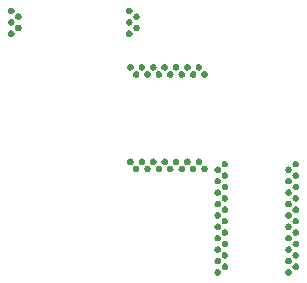
<source format=gbr>
G04 #@! TF.GenerationSoftware,KiCad,Pcbnew,(5.1.0)-1*
G04 #@! TF.CreationDate,2019-09-06T09:54:38-07:00*
G04 #@! TF.ProjectId,Miniscope-v4-FlexPC,4d696e69-7363-46f7-9065-2d76342d466c,rev?*
G04 #@! TF.SameCoordinates,Original*
G04 #@! TF.FileFunction,Soldermask,Bot*
G04 #@! TF.FilePolarity,Negative*
%FSLAX46Y46*%
G04 Gerber Fmt 4.6, Leading zero omitted, Abs format (unit mm)*
G04 Created by KiCad (PCBNEW (5.1.0)-1) date 2019-09-06 09:54:38*
%MOMM*%
%LPD*%
G04 APERTURE LIST*
%ADD10C,0.100000*%
G04 APERTURE END LIST*
D10*
G36*
X40750739Y-37294387D02*
G01*
X40801586Y-37315448D01*
X40847349Y-37346026D01*
X40886264Y-37384941D01*
X40916842Y-37430704D01*
X40937903Y-37481551D01*
X40948640Y-37535531D01*
X40948640Y-37590569D01*
X40937903Y-37644549D01*
X40916842Y-37695396D01*
X40886264Y-37741159D01*
X40847349Y-37780074D01*
X40801586Y-37810652D01*
X40750739Y-37831713D01*
X40696759Y-37842450D01*
X40641721Y-37842450D01*
X40587741Y-37831713D01*
X40536894Y-37810652D01*
X40491131Y-37780074D01*
X40452216Y-37741159D01*
X40421638Y-37695396D01*
X40400577Y-37644549D01*
X40389840Y-37590569D01*
X40389840Y-37535531D01*
X40400577Y-37481551D01*
X40421638Y-37430704D01*
X40452216Y-37384941D01*
X40491131Y-37346026D01*
X40536894Y-37315448D01*
X40587741Y-37294387D01*
X40641721Y-37283650D01*
X40696759Y-37283650D01*
X40750739Y-37294387D01*
X40750739Y-37294387D01*
G37*
G36*
X34750739Y-37294387D02*
G01*
X34801586Y-37315448D01*
X34847349Y-37346026D01*
X34886264Y-37384941D01*
X34916842Y-37430704D01*
X34937903Y-37481551D01*
X34948640Y-37535531D01*
X34948640Y-37590569D01*
X34937903Y-37644549D01*
X34916842Y-37695396D01*
X34886264Y-37741159D01*
X34847349Y-37780074D01*
X34801586Y-37810652D01*
X34750739Y-37831713D01*
X34696759Y-37842450D01*
X34641721Y-37842450D01*
X34587741Y-37831713D01*
X34536894Y-37810652D01*
X34491131Y-37780074D01*
X34452216Y-37741159D01*
X34421638Y-37695396D01*
X34400577Y-37644549D01*
X34389840Y-37590569D01*
X34389840Y-37535531D01*
X34400577Y-37481551D01*
X34421638Y-37430704D01*
X34452216Y-37384941D01*
X34491131Y-37346026D01*
X34536894Y-37315448D01*
X34587741Y-37294387D01*
X34641721Y-37283650D01*
X34696759Y-37283650D01*
X34750739Y-37294387D01*
X34750739Y-37294387D01*
G37*
G36*
X41360339Y-36811788D02*
G01*
X41411186Y-36832849D01*
X41456949Y-36863427D01*
X41495864Y-36902342D01*
X41526442Y-36948105D01*
X41547503Y-36998952D01*
X41558240Y-37052932D01*
X41558240Y-37107970D01*
X41547503Y-37161950D01*
X41526442Y-37212797D01*
X41495864Y-37258560D01*
X41456949Y-37297475D01*
X41411186Y-37328053D01*
X41360339Y-37349114D01*
X41306359Y-37359851D01*
X41251321Y-37359851D01*
X41197341Y-37349114D01*
X41146494Y-37328053D01*
X41100731Y-37297475D01*
X41061816Y-37258560D01*
X41031238Y-37212797D01*
X41010177Y-37161950D01*
X40999440Y-37107970D01*
X40999440Y-37052932D01*
X41010177Y-36998952D01*
X41031238Y-36948105D01*
X41061816Y-36902342D01*
X41100731Y-36863427D01*
X41146494Y-36832849D01*
X41197341Y-36811788D01*
X41251321Y-36801051D01*
X41306359Y-36801051D01*
X41360339Y-36811788D01*
X41360339Y-36811788D01*
G37*
G36*
X35360339Y-36811788D02*
G01*
X35411186Y-36832849D01*
X35456949Y-36863427D01*
X35495864Y-36902342D01*
X35526442Y-36948105D01*
X35547503Y-36998952D01*
X35558240Y-37052932D01*
X35558240Y-37107970D01*
X35547503Y-37161950D01*
X35526442Y-37212797D01*
X35495864Y-37258560D01*
X35456949Y-37297475D01*
X35411186Y-37328053D01*
X35360339Y-37349114D01*
X35306359Y-37359851D01*
X35251321Y-37359851D01*
X35197341Y-37349114D01*
X35146494Y-37328053D01*
X35100731Y-37297475D01*
X35061816Y-37258560D01*
X35031238Y-37212797D01*
X35010177Y-37161950D01*
X34999440Y-37107970D01*
X34999440Y-37052932D01*
X35010177Y-36998952D01*
X35031238Y-36948105D01*
X35061816Y-36902342D01*
X35100731Y-36863427D01*
X35146494Y-36832849D01*
X35197341Y-36811788D01*
X35251321Y-36801051D01*
X35306359Y-36801051D01*
X35360339Y-36811788D01*
X35360339Y-36811788D01*
G37*
G36*
X34750739Y-36329188D02*
G01*
X34801586Y-36350249D01*
X34847349Y-36380827D01*
X34886264Y-36419742D01*
X34916842Y-36465505D01*
X34937903Y-36516352D01*
X34948640Y-36570332D01*
X34948640Y-36625370D01*
X34937903Y-36679350D01*
X34916842Y-36730197D01*
X34886264Y-36775960D01*
X34847349Y-36814875D01*
X34801586Y-36845453D01*
X34750739Y-36866514D01*
X34696759Y-36877251D01*
X34641721Y-36877251D01*
X34587741Y-36866514D01*
X34536894Y-36845453D01*
X34491131Y-36814875D01*
X34452216Y-36775960D01*
X34421638Y-36730197D01*
X34400577Y-36679350D01*
X34389840Y-36625370D01*
X34389840Y-36570332D01*
X34400577Y-36516352D01*
X34421638Y-36465505D01*
X34452216Y-36419742D01*
X34491131Y-36380827D01*
X34536894Y-36350249D01*
X34587741Y-36329188D01*
X34641721Y-36318451D01*
X34696759Y-36318451D01*
X34750739Y-36329188D01*
X34750739Y-36329188D01*
G37*
G36*
X40750739Y-36329188D02*
G01*
X40801586Y-36350249D01*
X40847349Y-36380827D01*
X40886264Y-36419742D01*
X40916842Y-36465505D01*
X40937903Y-36516352D01*
X40948640Y-36570332D01*
X40948640Y-36625370D01*
X40937903Y-36679350D01*
X40916842Y-36730197D01*
X40886264Y-36775960D01*
X40847349Y-36814875D01*
X40801586Y-36845453D01*
X40750739Y-36866514D01*
X40696759Y-36877251D01*
X40641721Y-36877251D01*
X40587741Y-36866514D01*
X40536894Y-36845453D01*
X40491131Y-36814875D01*
X40452216Y-36775960D01*
X40421638Y-36730197D01*
X40400577Y-36679350D01*
X40389840Y-36625370D01*
X40389840Y-36570332D01*
X40400577Y-36516352D01*
X40421638Y-36465505D01*
X40452216Y-36419742D01*
X40491131Y-36380827D01*
X40536894Y-36350249D01*
X40587741Y-36329188D01*
X40641721Y-36318451D01*
X40696759Y-36318451D01*
X40750739Y-36329188D01*
X40750739Y-36329188D01*
G37*
G36*
X41360339Y-35846589D02*
G01*
X41411186Y-35867650D01*
X41456949Y-35898228D01*
X41495864Y-35937143D01*
X41526442Y-35982906D01*
X41547503Y-36033753D01*
X41558240Y-36087733D01*
X41558240Y-36142771D01*
X41547503Y-36196751D01*
X41526442Y-36247598D01*
X41495864Y-36293361D01*
X41456949Y-36332276D01*
X41411186Y-36362854D01*
X41360339Y-36383915D01*
X41306359Y-36394652D01*
X41251321Y-36394652D01*
X41197341Y-36383915D01*
X41146494Y-36362854D01*
X41100731Y-36332276D01*
X41061816Y-36293361D01*
X41031238Y-36247598D01*
X41010177Y-36196751D01*
X40999440Y-36142771D01*
X40999440Y-36087733D01*
X41010177Y-36033753D01*
X41031238Y-35982906D01*
X41061816Y-35937143D01*
X41100731Y-35898228D01*
X41146494Y-35867650D01*
X41197341Y-35846589D01*
X41251321Y-35835852D01*
X41306359Y-35835852D01*
X41360339Y-35846589D01*
X41360339Y-35846589D01*
G37*
G36*
X35360339Y-35846589D02*
G01*
X35411186Y-35867650D01*
X35456949Y-35898228D01*
X35495864Y-35937143D01*
X35526442Y-35982906D01*
X35547503Y-36033753D01*
X35558240Y-36087733D01*
X35558240Y-36142771D01*
X35547503Y-36196751D01*
X35526442Y-36247598D01*
X35495864Y-36293361D01*
X35456949Y-36332276D01*
X35411186Y-36362854D01*
X35360339Y-36383915D01*
X35306359Y-36394652D01*
X35251321Y-36394652D01*
X35197341Y-36383915D01*
X35146494Y-36362854D01*
X35100731Y-36332276D01*
X35061816Y-36293361D01*
X35031238Y-36247598D01*
X35010177Y-36196751D01*
X34999440Y-36142771D01*
X34999440Y-36087733D01*
X35010177Y-36033753D01*
X35031238Y-35982906D01*
X35061816Y-35937143D01*
X35100731Y-35898228D01*
X35146494Y-35867650D01*
X35197341Y-35846589D01*
X35251321Y-35835852D01*
X35306359Y-35835852D01*
X35360339Y-35846589D01*
X35360339Y-35846589D01*
G37*
G36*
X40750739Y-35363989D02*
G01*
X40801586Y-35385050D01*
X40847349Y-35415628D01*
X40886264Y-35454543D01*
X40916842Y-35500306D01*
X40937903Y-35551153D01*
X40948640Y-35605133D01*
X40948640Y-35660171D01*
X40937903Y-35714151D01*
X40916842Y-35764998D01*
X40886264Y-35810761D01*
X40847349Y-35849676D01*
X40801586Y-35880254D01*
X40750739Y-35901315D01*
X40696759Y-35912052D01*
X40641721Y-35912052D01*
X40587741Y-35901315D01*
X40536894Y-35880254D01*
X40491131Y-35849676D01*
X40452216Y-35810761D01*
X40421638Y-35764998D01*
X40400577Y-35714151D01*
X40389840Y-35660171D01*
X40389840Y-35605133D01*
X40400577Y-35551153D01*
X40421638Y-35500306D01*
X40452216Y-35454543D01*
X40491131Y-35415628D01*
X40536894Y-35385050D01*
X40587741Y-35363989D01*
X40641721Y-35353252D01*
X40696759Y-35353252D01*
X40750739Y-35363989D01*
X40750739Y-35363989D01*
G37*
G36*
X34750739Y-35363989D02*
G01*
X34801586Y-35385050D01*
X34847349Y-35415628D01*
X34886264Y-35454543D01*
X34916842Y-35500306D01*
X34937903Y-35551153D01*
X34948640Y-35605133D01*
X34948640Y-35660171D01*
X34937903Y-35714151D01*
X34916842Y-35764998D01*
X34886264Y-35810761D01*
X34847349Y-35849676D01*
X34801586Y-35880254D01*
X34750739Y-35901315D01*
X34696759Y-35912052D01*
X34641721Y-35912052D01*
X34587741Y-35901315D01*
X34536894Y-35880254D01*
X34491131Y-35849676D01*
X34452216Y-35810761D01*
X34421638Y-35764998D01*
X34400577Y-35714151D01*
X34389840Y-35660171D01*
X34389840Y-35605133D01*
X34400577Y-35551153D01*
X34421638Y-35500306D01*
X34452216Y-35454543D01*
X34491131Y-35415628D01*
X34536894Y-35385050D01*
X34587741Y-35363989D01*
X34641721Y-35353252D01*
X34696759Y-35353252D01*
X34750739Y-35363989D01*
X34750739Y-35363989D01*
G37*
G36*
X41360339Y-34881390D02*
G01*
X41411186Y-34902451D01*
X41456949Y-34933029D01*
X41495864Y-34971944D01*
X41526442Y-35017707D01*
X41547503Y-35068554D01*
X41558240Y-35122534D01*
X41558240Y-35177572D01*
X41547503Y-35231552D01*
X41526442Y-35282399D01*
X41495864Y-35328162D01*
X41456949Y-35367077D01*
X41411186Y-35397655D01*
X41360339Y-35418716D01*
X41306359Y-35429453D01*
X41251321Y-35429453D01*
X41197341Y-35418716D01*
X41146494Y-35397655D01*
X41100731Y-35367077D01*
X41061816Y-35328162D01*
X41031238Y-35282399D01*
X41010177Y-35231552D01*
X40999440Y-35177572D01*
X40999440Y-35122534D01*
X41010177Y-35068554D01*
X41031238Y-35017707D01*
X41061816Y-34971944D01*
X41100731Y-34933029D01*
X41146494Y-34902451D01*
X41197341Y-34881390D01*
X41251321Y-34870653D01*
X41306359Y-34870653D01*
X41360339Y-34881390D01*
X41360339Y-34881390D01*
G37*
G36*
X35360339Y-34881390D02*
G01*
X35411186Y-34902451D01*
X35456949Y-34933029D01*
X35495864Y-34971944D01*
X35526442Y-35017707D01*
X35547503Y-35068554D01*
X35558240Y-35122534D01*
X35558240Y-35177572D01*
X35547503Y-35231552D01*
X35526442Y-35282399D01*
X35495864Y-35328162D01*
X35456949Y-35367077D01*
X35411186Y-35397655D01*
X35360339Y-35418716D01*
X35306359Y-35429453D01*
X35251321Y-35429453D01*
X35197341Y-35418716D01*
X35146494Y-35397655D01*
X35100731Y-35367077D01*
X35061816Y-35328162D01*
X35031238Y-35282399D01*
X35010177Y-35231552D01*
X34999440Y-35177572D01*
X34999440Y-35122534D01*
X35010177Y-35068554D01*
X35031238Y-35017707D01*
X35061816Y-34971944D01*
X35100731Y-34933029D01*
X35146494Y-34902451D01*
X35197341Y-34881390D01*
X35251321Y-34870653D01*
X35306359Y-34870653D01*
X35360339Y-34881390D01*
X35360339Y-34881390D01*
G37*
G36*
X34750739Y-34398790D02*
G01*
X34801586Y-34419851D01*
X34847349Y-34450429D01*
X34886264Y-34489344D01*
X34916842Y-34535107D01*
X34937903Y-34585954D01*
X34948640Y-34639934D01*
X34948640Y-34694972D01*
X34937903Y-34748952D01*
X34916842Y-34799799D01*
X34886264Y-34845562D01*
X34847349Y-34884477D01*
X34801586Y-34915055D01*
X34750739Y-34936116D01*
X34696759Y-34946853D01*
X34641721Y-34946853D01*
X34587741Y-34936116D01*
X34536894Y-34915055D01*
X34491131Y-34884477D01*
X34452216Y-34845562D01*
X34421638Y-34799799D01*
X34400577Y-34748952D01*
X34389840Y-34694972D01*
X34389840Y-34639934D01*
X34400577Y-34585954D01*
X34421638Y-34535107D01*
X34452216Y-34489344D01*
X34491131Y-34450429D01*
X34536894Y-34419851D01*
X34587741Y-34398790D01*
X34641721Y-34388053D01*
X34696759Y-34388053D01*
X34750739Y-34398790D01*
X34750739Y-34398790D01*
G37*
G36*
X40750739Y-34398790D02*
G01*
X40801586Y-34419851D01*
X40847349Y-34450429D01*
X40886264Y-34489344D01*
X40916842Y-34535107D01*
X40937903Y-34585954D01*
X40948640Y-34639934D01*
X40948640Y-34694972D01*
X40937903Y-34748952D01*
X40916842Y-34799799D01*
X40886264Y-34845562D01*
X40847349Y-34884477D01*
X40801586Y-34915055D01*
X40750739Y-34936116D01*
X40696759Y-34946853D01*
X40641721Y-34946853D01*
X40587741Y-34936116D01*
X40536894Y-34915055D01*
X40491131Y-34884477D01*
X40452216Y-34845562D01*
X40421638Y-34799799D01*
X40400577Y-34748952D01*
X40389840Y-34694972D01*
X40389840Y-34639934D01*
X40400577Y-34585954D01*
X40421638Y-34535107D01*
X40452216Y-34489344D01*
X40491131Y-34450429D01*
X40536894Y-34419851D01*
X40587741Y-34398790D01*
X40641721Y-34388053D01*
X40696759Y-34388053D01*
X40750739Y-34398790D01*
X40750739Y-34398790D01*
G37*
G36*
X41360339Y-33916191D02*
G01*
X41411186Y-33937252D01*
X41456949Y-33967830D01*
X41495864Y-34006745D01*
X41526442Y-34052508D01*
X41547503Y-34103355D01*
X41558240Y-34157335D01*
X41558240Y-34212373D01*
X41547503Y-34266353D01*
X41526442Y-34317200D01*
X41495864Y-34362963D01*
X41456949Y-34401878D01*
X41411186Y-34432456D01*
X41360339Y-34453517D01*
X41306359Y-34464254D01*
X41251321Y-34464254D01*
X41197341Y-34453517D01*
X41146494Y-34432456D01*
X41100731Y-34401878D01*
X41061816Y-34362963D01*
X41031238Y-34317200D01*
X41010177Y-34266353D01*
X40999440Y-34212373D01*
X40999440Y-34157335D01*
X41010177Y-34103355D01*
X41031238Y-34052508D01*
X41061816Y-34006745D01*
X41100731Y-33967830D01*
X41146494Y-33937252D01*
X41197341Y-33916191D01*
X41251321Y-33905454D01*
X41306359Y-33905454D01*
X41360339Y-33916191D01*
X41360339Y-33916191D01*
G37*
G36*
X35360339Y-33916191D02*
G01*
X35411186Y-33937252D01*
X35456949Y-33967830D01*
X35495864Y-34006745D01*
X35526442Y-34052508D01*
X35547503Y-34103355D01*
X35558240Y-34157335D01*
X35558240Y-34212373D01*
X35547503Y-34266353D01*
X35526442Y-34317200D01*
X35495864Y-34362963D01*
X35456949Y-34401878D01*
X35411186Y-34432456D01*
X35360339Y-34453517D01*
X35306359Y-34464254D01*
X35251321Y-34464254D01*
X35197341Y-34453517D01*
X35146494Y-34432456D01*
X35100731Y-34401878D01*
X35061816Y-34362963D01*
X35031238Y-34317200D01*
X35010177Y-34266353D01*
X34999440Y-34212373D01*
X34999440Y-34157335D01*
X35010177Y-34103355D01*
X35031238Y-34052508D01*
X35061816Y-34006745D01*
X35100731Y-33967830D01*
X35146494Y-33937252D01*
X35197341Y-33916191D01*
X35251321Y-33905454D01*
X35306359Y-33905454D01*
X35360339Y-33916191D01*
X35360339Y-33916191D01*
G37*
G36*
X34750739Y-33433591D02*
G01*
X34801586Y-33454652D01*
X34847349Y-33485230D01*
X34886264Y-33524145D01*
X34916842Y-33569908D01*
X34937903Y-33620755D01*
X34948640Y-33674735D01*
X34948640Y-33729773D01*
X34937903Y-33783753D01*
X34916842Y-33834600D01*
X34886264Y-33880363D01*
X34847349Y-33919278D01*
X34801586Y-33949856D01*
X34750739Y-33970917D01*
X34696759Y-33981654D01*
X34641721Y-33981654D01*
X34587741Y-33970917D01*
X34536894Y-33949856D01*
X34491131Y-33919278D01*
X34452216Y-33880363D01*
X34421638Y-33834600D01*
X34400577Y-33783753D01*
X34389840Y-33729773D01*
X34389840Y-33674735D01*
X34400577Y-33620755D01*
X34421638Y-33569908D01*
X34452216Y-33524145D01*
X34491131Y-33485230D01*
X34536894Y-33454652D01*
X34587741Y-33433591D01*
X34641721Y-33422854D01*
X34696759Y-33422854D01*
X34750739Y-33433591D01*
X34750739Y-33433591D01*
G37*
G36*
X40750739Y-33433591D02*
G01*
X40801586Y-33454652D01*
X40847349Y-33485230D01*
X40886264Y-33524145D01*
X40916842Y-33569908D01*
X40937903Y-33620755D01*
X40948640Y-33674735D01*
X40948640Y-33729773D01*
X40937903Y-33783753D01*
X40916842Y-33834600D01*
X40886264Y-33880363D01*
X40847349Y-33919278D01*
X40801586Y-33949856D01*
X40750739Y-33970917D01*
X40696759Y-33981654D01*
X40641721Y-33981654D01*
X40587741Y-33970917D01*
X40536894Y-33949856D01*
X40491131Y-33919278D01*
X40452216Y-33880363D01*
X40421638Y-33834600D01*
X40400577Y-33783753D01*
X40389840Y-33729773D01*
X40389840Y-33674735D01*
X40400577Y-33620755D01*
X40421638Y-33569908D01*
X40452216Y-33524145D01*
X40491131Y-33485230D01*
X40536894Y-33454652D01*
X40587741Y-33433591D01*
X40641721Y-33422854D01*
X40696759Y-33422854D01*
X40750739Y-33433591D01*
X40750739Y-33433591D01*
G37*
G36*
X41360339Y-32950992D02*
G01*
X41411186Y-32972053D01*
X41456949Y-33002631D01*
X41495864Y-33041546D01*
X41526442Y-33087309D01*
X41547503Y-33138156D01*
X41558240Y-33192136D01*
X41558240Y-33247174D01*
X41547503Y-33301154D01*
X41526442Y-33352001D01*
X41495864Y-33397764D01*
X41456949Y-33436679D01*
X41411186Y-33467257D01*
X41360339Y-33488318D01*
X41306359Y-33499055D01*
X41251321Y-33499055D01*
X41197341Y-33488318D01*
X41146494Y-33467257D01*
X41100731Y-33436679D01*
X41061816Y-33397764D01*
X41031238Y-33352001D01*
X41010177Y-33301154D01*
X40999440Y-33247174D01*
X40999440Y-33192136D01*
X41010177Y-33138156D01*
X41031238Y-33087309D01*
X41061816Y-33041546D01*
X41100731Y-33002631D01*
X41146494Y-32972053D01*
X41197341Y-32950992D01*
X41251321Y-32940255D01*
X41306359Y-32940255D01*
X41360339Y-32950992D01*
X41360339Y-32950992D01*
G37*
G36*
X35360339Y-32950992D02*
G01*
X35411186Y-32972053D01*
X35456949Y-33002631D01*
X35495864Y-33041546D01*
X35526442Y-33087309D01*
X35547503Y-33138156D01*
X35558240Y-33192136D01*
X35558240Y-33247174D01*
X35547503Y-33301154D01*
X35526442Y-33352001D01*
X35495864Y-33397764D01*
X35456949Y-33436679D01*
X35411186Y-33467257D01*
X35360339Y-33488318D01*
X35306359Y-33499055D01*
X35251321Y-33499055D01*
X35197341Y-33488318D01*
X35146494Y-33467257D01*
X35100731Y-33436679D01*
X35061816Y-33397764D01*
X35031238Y-33352001D01*
X35010177Y-33301154D01*
X34999440Y-33247174D01*
X34999440Y-33192136D01*
X35010177Y-33138156D01*
X35031238Y-33087309D01*
X35061816Y-33041546D01*
X35100731Y-33002631D01*
X35146494Y-32972053D01*
X35197341Y-32950992D01*
X35251321Y-32940255D01*
X35306359Y-32940255D01*
X35360339Y-32950992D01*
X35360339Y-32950992D01*
G37*
G36*
X34750739Y-32468392D02*
G01*
X34801586Y-32489453D01*
X34847349Y-32520031D01*
X34886264Y-32558946D01*
X34916842Y-32604709D01*
X34937903Y-32655556D01*
X34948640Y-32709536D01*
X34948640Y-32764574D01*
X34937903Y-32818554D01*
X34916842Y-32869401D01*
X34886264Y-32915164D01*
X34847349Y-32954079D01*
X34801586Y-32984657D01*
X34750739Y-33005718D01*
X34696759Y-33016455D01*
X34641721Y-33016455D01*
X34587741Y-33005718D01*
X34536894Y-32984657D01*
X34491131Y-32954079D01*
X34452216Y-32915164D01*
X34421638Y-32869401D01*
X34400577Y-32818554D01*
X34389840Y-32764574D01*
X34389840Y-32709536D01*
X34400577Y-32655556D01*
X34421638Y-32604709D01*
X34452216Y-32558946D01*
X34491131Y-32520031D01*
X34536894Y-32489453D01*
X34587741Y-32468392D01*
X34641721Y-32457655D01*
X34696759Y-32457655D01*
X34750739Y-32468392D01*
X34750739Y-32468392D01*
G37*
G36*
X40750739Y-32468392D02*
G01*
X40801586Y-32489453D01*
X40847349Y-32520031D01*
X40886264Y-32558946D01*
X40916842Y-32604709D01*
X40937903Y-32655556D01*
X40948640Y-32709536D01*
X40948640Y-32764574D01*
X40937903Y-32818554D01*
X40916842Y-32869401D01*
X40886264Y-32915164D01*
X40847349Y-32954079D01*
X40801586Y-32984657D01*
X40750739Y-33005718D01*
X40696759Y-33016455D01*
X40641721Y-33016455D01*
X40587741Y-33005718D01*
X40536894Y-32984657D01*
X40491131Y-32954079D01*
X40452216Y-32915164D01*
X40421638Y-32869401D01*
X40400577Y-32818554D01*
X40389840Y-32764574D01*
X40389840Y-32709536D01*
X40400577Y-32655556D01*
X40421638Y-32604709D01*
X40452216Y-32558946D01*
X40491131Y-32520031D01*
X40536894Y-32489453D01*
X40587741Y-32468392D01*
X40641721Y-32457655D01*
X40696759Y-32457655D01*
X40750739Y-32468392D01*
X40750739Y-32468392D01*
G37*
G36*
X41360339Y-31985793D02*
G01*
X41411186Y-32006854D01*
X41456949Y-32037432D01*
X41495864Y-32076347D01*
X41526442Y-32122110D01*
X41547503Y-32172957D01*
X41558240Y-32226937D01*
X41558240Y-32281975D01*
X41547503Y-32335955D01*
X41526442Y-32386802D01*
X41495864Y-32432565D01*
X41456949Y-32471480D01*
X41411186Y-32502058D01*
X41360339Y-32523119D01*
X41306359Y-32533856D01*
X41251321Y-32533856D01*
X41197341Y-32523119D01*
X41146494Y-32502058D01*
X41100731Y-32471480D01*
X41061816Y-32432565D01*
X41031238Y-32386802D01*
X41010177Y-32335955D01*
X40999440Y-32281975D01*
X40999440Y-32226937D01*
X41010177Y-32172957D01*
X41031238Y-32122110D01*
X41061816Y-32076347D01*
X41100731Y-32037432D01*
X41146494Y-32006854D01*
X41197341Y-31985793D01*
X41251321Y-31975056D01*
X41306359Y-31975056D01*
X41360339Y-31985793D01*
X41360339Y-31985793D01*
G37*
G36*
X35360339Y-31985793D02*
G01*
X35411186Y-32006854D01*
X35456949Y-32037432D01*
X35495864Y-32076347D01*
X35526442Y-32122110D01*
X35547503Y-32172957D01*
X35558240Y-32226937D01*
X35558240Y-32281975D01*
X35547503Y-32335955D01*
X35526442Y-32386802D01*
X35495864Y-32432565D01*
X35456949Y-32471480D01*
X35411186Y-32502058D01*
X35360339Y-32523119D01*
X35306359Y-32533856D01*
X35251321Y-32533856D01*
X35197341Y-32523119D01*
X35146494Y-32502058D01*
X35100731Y-32471480D01*
X35061816Y-32432565D01*
X35031238Y-32386802D01*
X35010177Y-32335955D01*
X34999440Y-32281975D01*
X34999440Y-32226937D01*
X35010177Y-32172957D01*
X35031238Y-32122110D01*
X35061816Y-32076347D01*
X35100731Y-32037432D01*
X35146494Y-32006854D01*
X35197341Y-31985793D01*
X35251321Y-31975056D01*
X35306359Y-31975056D01*
X35360339Y-31985793D01*
X35360339Y-31985793D01*
G37*
G36*
X40750739Y-31503193D02*
G01*
X40801586Y-31524254D01*
X40847349Y-31554832D01*
X40886264Y-31593747D01*
X40916842Y-31639510D01*
X40937903Y-31690357D01*
X40948640Y-31744337D01*
X40948640Y-31799375D01*
X40937903Y-31853355D01*
X40916842Y-31904202D01*
X40886264Y-31949965D01*
X40847349Y-31988880D01*
X40801586Y-32019458D01*
X40750739Y-32040519D01*
X40696759Y-32051256D01*
X40641721Y-32051256D01*
X40587741Y-32040519D01*
X40536894Y-32019458D01*
X40491131Y-31988880D01*
X40452216Y-31949965D01*
X40421638Y-31904202D01*
X40400577Y-31853355D01*
X40389840Y-31799375D01*
X40389840Y-31744337D01*
X40400577Y-31690357D01*
X40421638Y-31639510D01*
X40452216Y-31593747D01*
X40491131Y-31554832D01*
X40536894Y-31524254D01*
X40587741Y-31503193D01*
X40641721Y-31492456D01*
X40696759Y-31492456D01*
X40750739Y-31503193D01*
X40750739Y-31503193D01*
G37*
G36*
X34750739Y-31503193D02*
G01*
X34801586Y-31524254D01*
X34847349Y-31554832D01*
X34886264Y-31593747D01*
X34916842Y-31639510D01*
X34937903Y-31690357D01*
X34948640Y-31744337D01*
X34948640Y-31799375D01*
X34937903Y-31853355D01*
X34916842Y-31904202D01*
X34886264Y-31949965D01*
X34847349Y-31988880D01*
X34801586Y-32019458D01*
X34750739Y-32040519D01*
X34696759Y-32051256D01*
X34641721Y-32051256D01*
X34587741Y-32040519D01*
X34536894Y-32019458D01*
X34491131Y-31988880D01*
X34452216Y-31949965D01*
X34421638Y-31904202D01*
X34400577Y-31853355D01*
X34389840Y-31799375D01*
X34389840Y-31744337D01*
X34400577Y-31690357D01*
X34421638Y-31639510D01*
X34452216Y-31593747D01*
X34491131Y-31554832D01*
X34536894Y-31524254D01*
X34587741Y-31503193D01*
X34641721Y-31492456D01*
X34696759Y-31492456D01*
X34750739Y-31503193D01*
X34750739Y-31503193D01*
G37*
G36*
X41360339Y-31020594D02*
G01*
X41411186Y-31041655D01*
X41456949Y-31072233D01*
X41495864Y-31111148D01*
X41526442Y-31156911D01*
X41547503Y-31207758D01*
X41558240Y-31261738D01*
X41558240Y-31316776D01*
X41547503Y-31370756D01*
X41526442Y-31421603D01*
X41495864Y-31467366D01*
X41456949Y-31506281D01*
X41411186Y-31536859D01*
X41360339Y-31557920D01*
X41306359Y-31568657D01*
X41251321Y-31568657D01*
X41197341Y-31557920D01*
X41146494Y-31536859D01*
X41100731Y-31506281D01*
X41061816Y-31467366D01*
X41031238Y-31421603D01*
X41010177Y-31370756D01*
X40999440Y-31316776D01*
X40999440Y-31261738D01*
X41010177Y-31207758D01*
X41031238Y-31156911D01*
X41061816Y-31111148D01*
X41100731Y-31072233D01*
X41146494Y-31041655D01*
X41197341Y-31020594D01*
X41251321Y-31009857D01*
X41306359Y-31009857D01*
X41360339Y-31020594D01*
X41360339Y-31020594D01*
G37*
G36*
X35360339Y-31020594D02*
G01*
X35411186Y-31041655D01*
X35456949Y-31072233D01*
X35495864Y-31111148D01*
X35526442Y-31156911D01*
X35547503Y-31207758D01*
X35558240Y-31261738D01*
X35558240Y-31316776D01*
X35547503Y-31370756D01*
X35526442Y-31421603D01*
X35495864Y-31467366D01*
X35456949Y-31506281D01*
X35411186Y-31536859D01*
X35360339Y-31557920D01*
X35306359Y-31568657D01*
X35251321Y-31568657D01*
X35197341Y-31557920D01*
X35146494Y-31536859D01*
X35100731Y-31506281D01*
X35061816Y-31467366D01*
X35031238Y-31421603D01*
X35010177Y-31370756D01*
X34999440Y-31316776D01*
X34999440Y-31261738D01*
X35010177Y-31207758D01*
X35031238Y-31156911D01*
X35061816Y-31111148D01*
X35100731Y-31072233D01*
X35146494Y-31041655D01*
X35197341Y-31020594D01*
X35251321Y-31009857D01*
X35306359Y-31009857D01*
X35360339Y-31020594D01*
X35360339Y-31020594D01*
G37*
G36*
X40750739Y-30537994D02*
G01*
X40801586Y-30559055D01*
X40847349Y-30589633D01*
X40886264Y-30628548D01*
X40916842Y-30674311D01*
X40937903Y-30725158D01*
X40948640Y-30779138D01*
X40948640Y-30834176D01*
X40937903Y-30888156D01*
X40916842Y-30939003D01*
X40886264Y-30984766D01*
X40847349Y-31023681D01*
X40801586Y-31054259D01*
X40750739Y-31075320D01*
X40696759Y-31086057D01*
X40641721Y-31086057D01*
X40587741Y-31075320D01*
X40536894Y-31054259D01*
X40491131Y-31023681D01*
X40452216Y-30984766D01*
X40421638Y-30939003D01*
X40400577Y-30888156D01*
X40389840Y-30834176D01*
X40389840Y-30779138D01*
X40400577Y-30725158D01*
X40421638Y-30674311D01*
X40452216Y-30628548D01*
X40491131Y-30589633D01*
X40536894Y-30559055D01*
X40587741Y-30537994D01*
X40641721Y-30527257D01*
X40696759Y-30527257D01*
X40750739Y-30537994D01*
X40750739Y-30537994D01*
G37*
G36*
X34750739Y-30537994D02*
G01*
X34801586Y-30559055D01*
X34847349Y-30589633D01*
X34886264Y-30628548D01*
X34916842Y-30674311D01*
X34937903Y-30725158D01*
X34948640Y-30779138D01*
X34948640Y-30834176D01*
X34937903Y-30888156D01*
X34916842Y-30939003D01*
X34886264Y-30984766D01*
X34847349Y-31023681D01*
X34801586Y-31054259D01*
X34750739Y-31075320D01*
X34696759Y-31086057D01*
X34641721Y-31086057D01*
X34587741Y-31075320D01*
X34536894Y-31054259D01*
X34491131Y-31023681D01*
X34452216Y-30984766D01*
X34421638Y-30939003D01*
X34400577Y-30888156D01*
X34389840Y-30834176D01*
X34389840Y-30779138D01*
X34400577Y-30725158D01*
X34421638Y-30674311D01*
X34452216Y-30628548D01*
X34491131Y-30589633D01*
X34536894Y-30559055D01*
X34587741Y-30537994D01*
X34641721Y-30527257D01*
X34696759Y-30527257D01*
X34750739Y-30537994D01*
X34750739Y-30537994D01*
G37*
G36*
X35360339Y-30055395D02*
G01*
X35411186Y-30076456D01*
X35456949Y-30107034D01*
X35495864Y-30145949D01*
X35526442Y-30191712D01*
X35547503Y-30242559D01*
X35558240Y-30296539D01*
X35558240Y-30351577D01*
X35547503Y-30405557D01*
X35526442Y-30456404D01*
X35495864Y-30502167D01*
X35456949Y-30541082D01*
X35411186Y-30571660D01*
X35360339Y-30592721D01*
X35306359Y-30603458D01*
X35251321Y-30603458D01*
X35197341Y-30592721D01*
X35146494Y-30571660D01*
X35100731Y-30541082D01*
X35061816Y-30502167D01*
X35031238Y-30456404D01*
X35010177Y-30405557D01*
X34999440Y-30351577D01*
X34999440Y-30296539D01*
X35010177Y-30242559D01*
X35031238Y-30191712D01*
X35061816Y-30145949D01*
X35100731Y-30107034D01*
X35146494Y-30076456D01*
X35197341Y-30055395D01*
X35251321Y-30044658D01*
X35306359Y-30044658D01*
X35360339Y-30055395D01*
X35360339Y-30055395D01*
G37*
G36*
X41360339Y-30055395D02*
G01*
X41411186Y-30076456D01*
X41456949Y-30107034D01*
X41495864Y-30145949D01*
X41526442Y-30191712D01*
X41547503Y-30242559D01*
X41558240Y-30296539D01*
X41558240Y-30351577D01*
X41547503Y-30405557D01*
X41526442Y-30456404D01*
X41495864Y-30502167D01*
X41456949Y-30541082D01*
X41411186Y-30571660D01*
X41360339Y-30592721D01*
X41306359Y-30603458D01*
X41251321Y-30603458D01*
X41197341Y-30592721D01*
X41146494Y-30571660D01*
X41100731Y-30541082D01*
X41061816Y-30502167D01*
X41031238Y-30456404D01*
X41010177Y-30405557D01*
X40999440Y-30351577D01*
X40999440Y-30296539D01*
X41010177Y-30242559D01*
X41031238Y-30191712D01*
X41061816Y-30145949D01*
X41100731Y-30107034D01*
X41146494Y-30076456D01*
X41197341Y-30055395D01*
X41251321Y-30044658D01*
X41306359Y-30044658D01*
X41360339Y-30055395D01*
X41360339Y-30055395D01*
G37*
G36*
X40750739Y-29572795D02*
G01*
X40801586Y-29593856D01*
X40847349Y-29624434D01*
X40886264Y-29663349D01*
X40916842Y-29709112D01*
X40937903Y-29759959D01*
X40948640Y-29813939D01*
X40948640Y-29868977D01*
X40937903Y-29922957D01*
X40916842Y-29973804D01*
X40886264Y-30019567D01*
X40847349Y-30058482D01*
X40801586Y-30089060D01*
X40750739Y-30110121D01*
X40696759Y-30120858D01*
X40641721Y-30120858D01*
X40587741Y-30110121D01*
X40536894Y-30089060D01*
X40491131Y-30058482D01*
X40452216Y-30019567D01*
X40421638Y-29973804D01*
X40400577Y-29922957D01*
X40389840Y-29868977D01*
X40389840Y-29813939D01*
X40400577Y-29759959D01*
X40421638Y-29709112D01*
X40452216Y-29663349D01*
X40491131Y-29624434D01*
X40536894Y-29593856D01*
X40587741Y-29572795D01*
X40641721Y-29562058D01*
X40696759Y-29562058D01*
X40750739Y-29572795D01*
X40750739Y-29572795D01*
G37*
G36*
X34750739Y-29572795D02*
G01*
X34801586Y-29593856D01*
X34847349Y-29624434D01*
X34886264Y-29663349D01*
X34916842Y-29709112D01*
X34937903Y-29759959D01*
X34948640Y-29813939D01*
X34948640Y-29868977D01*
X34937903Y-29922957D01*
X34916842Y-29973804D01*
X34886264Y-30019567D01*
X34847349Y-30058482D01*
X34801586Y-30089060D01*
X34750739Y-30110121D01*
X34696759Y-30120858D01*
X34641721Y-30120858D01*
X34587741Y-30110121D01*
X34536894Y-30089060D01*
X34491131Y-30058482D01*
X34452216Y-30019567D01*
X34421638Y-29973804D01*
X34400577Y-29922957D01*
X34389840Y-29868977D01*
X34389840Y-29813939D01*
X34400577Y-29759959D01*
X34421638Y-29709112D01*
X34452216Y-29663349D01*
X34491131Y-29624434D01*
X34536894Y-29593856D01*
X34587741Y-29572795D01*
X34641721Y-29562058D01*
X34696759Y-29562058D01*
X34750739Y-29572795D01*
X34750739Y-29572795D01*
G37*
G36*
X41360339Y-29090196D02*
G01*
X41411186Y-29111257D01*
X41456949Y-29141835D01*
X41495864Y-29180750D01*
X41526442Y-29226513D01*
X41547503Y-29277360D01*
X41558240Y-29331340D01*
X41558240Y-29386378D01*
X41547503Y-29440358D01*
X41526442Y-29491205D01*
X41495864Y-29536968D01*
X41456949Y-29575883D01*
X41411186Y-29606461D01*
X41360339Y-29627522D01*
X41306359Y-29638259D01*
X41251321Y-29638259D01*
X41197341Y-29627522D01*
X41146494Y-29606461D01*
X41100731Y-29575883D01*
X41061816Y-29536968D01*
X41031238Y-29491205D01*
X41010177Y-29440358D01*
X40999440Y-29386378D01*
X40999440Y-29331340D01*
X41010177Y-29277360D01*
X41031238Y-29226513D01*
X41061816Y-29180750D01*
X41100731Y-29141835D01*
X41146494Y-29111257D01*
X41197341Y-29090196D01*
X41251321Y-29079459D01*
X41306359Y-29079459D01*
X41360339Y-29090196D01*
X41360339Y-29090196D01*
G37*
G36*
X35360339Y-29090196D02*
G01*
X35411186Y-29111257D01*
X35456949Y-29141835D01*
X35495864Y-29180750D01*
X35526442Y-29226513D01*
X35547503Y-29277360D01*
X35558240Y-29331340D01*
X35558240Y-29386378D01*
X35547503Y-29440358D01*
X35526442Y-29491205D01*
X35495864Y-29536968D01*
X35456949Y-29575883D01*
X35411186Y-29606461D01*
X35360339Y-29627522D01*
X35306359Y-29638259D01*
X35251321Y-29638259D01*
X35197341Y-29627522D01*
X35146494Y-29606461D01*
X35100731Y-29575883D01*
X35061816Y-29536968D01*
X35031238Y-29491205D01*
X35010177Y-29440358D01*
X34999440Y-29386378D01*
X34999440Y-29331340D01*
X35010177Y-29277360D01*
X35031238Y-29226513D01*
X35061816Y-29180750D01*
X35100731Y-29141835D01*
X35146494Y-29111257D01*
X35197341Y-29090196D01*
X35251321Y-29079459D01*
X35306359Y-29079459D01*
X35360339Y-29090196D01*
X35360339Y-29090196D01*
G37*
G36*
X40750739Y-28607596D02*
G01*
X40801586Y-28628657D01*
X40847349Y-28659235D01*
X40886264Y-28698150D01*
X40916842Y-28743913D01*
X40937903Y-28794760D01*
X40948640Y-28848740D01*
X40948640Y-28903778D01*
X40937903Y-28957758D01*
X40916842Y-29008605D01*
X40886264Y-29054368D01*
X40847349Y-29093283D01*
X40801586Y-29123861D01*
X40750739Y-29144922D01*
X40696759Y-29155659D01*
X40641721Y-29155659D01*
X40587741Y-29144922D01*
X40536894Y-29123861D01*
X40491131Y-29093283D01*
X40452216Y-29054368D01*
X40421638Y-29008605D01*
X40400577Y-28957758D01*
X40389840Y-28903778D01*
X40389840Y-28848740D01*
X40400577Y-28794760D01*
X40421638Y-28743913D01*
X40452216Y-28698150D01*
X40491131Y-28659235D01*
X40536894Y-28628657D01*
X40587741Y-28607596D01*
X40641721Y-28596859D01*
X40696759Y-28596859D01*
X40750739Y-28607596D01*
X40750739Y-28607596D01*
G37*
G36*
X34750739Y-28607596D02*
G01*
X34801586Y-28628657D01*
X34847349Y-28659235D01*
X34886264Y-28698150D01*
X34916842Y-28743913D01*
X34937903Y-28794760D01*
X34948640Y-28848740D01*
X34948640Y-28903778D01*
X34937903Y-28957758D01*
X34916842Y-29008605D01*
X34886264Y-29054368D01*
X34847349Y-29093283D01*
X34801586Y-29123861D01*
X34750739Y-29144922D01*
X34696759Y-29155659D01*
X34641721Y-29155659D01*
X34587741Y-29144922D01*
X34536894Y-29123861D01*
X34491131Y-29093283D01*
X34452216Y-29054368D01*
X34421638Y-29008605D01*
X34400577Y-28957758D01*
X34389840Y-28903778D01*
X34389840Y-28848740D01*
X34400577Y-28794760D01*
X34421638Y-28743913D01*
X34452216Y-28698150D01*
X34491131Y-28659235D01*
X34536894Y-28628657D01*
X34587741Y-28607596D01*
X34641721Y-28596859D01*
X34696759Y-28596859D01*
X34750739Y-28607596D01*
X34750739Y-28607596D01*
G37*
G36*
X27844478Y-28533937D02*
G01*
X27895325Y-28554998D01*
X27941088Y-28585576D01*
X27980003Y-28624491D01*
X28010581Y-28670254D01*
X28031642Y-28721101D01*
X28042379Y-28775081D01*
X28042379Y-28830119D01*
X28031642Y-28884099D01*
X28010581Y-28934946D01*
X27980003Y-28980709D01*
X27941088Y-29019624D01*
X27895325Y-29050202D01*
X27844478Y-29071263D01*
X27790498Y-29082000D01*
X27735460Y-29082000D01*
X27681480Y-29071263D01*
X27630633Y-29050202D01*
X27584870Y-29019624D01*
X27545955Y-28980709D01*
X27515377Y-28934946D01*
X27494316Y-28884099D01*
X27483579Y-28830119D01*
X27483579Y-28775081D01*
X27494316Y-28721101D01*
X27515377Y-28670254D01*
X27545955Y-28624491D01*
X27584870Y-28585576D01*
X27630633Y-28554998D01*
X27681480Y-28533937D01*
X27735460Y-28523200D01*
X27790498Y-28523200D01*
X27844478Y-28533937D01*
X27844478Y-28533937D01*
G37*
G36*
X29774876Y-28533937D02*
G01*
X29825723Y-28554998D01*
X29871486Y-28585576D01*
X29910401Y-28624491D01*
X29940979Y-28670254D01*
X29962040Y-28721101D01*
X29972777Y-28775081D01*
X29972777Y-28830119D01*
X29962040Y-28884099D01*
X29940979Y-28934946D01*
X29910401Y-28980709D01*
X29871486Y-29019624D01*
X29825723Y-29050202D01*
X29774876Y-29071263D01*
X29720896Y-29082000D01*
X29665858Y-29082000D01*
X29611878Y-29071263D01*
X29561031Y-29050202D01*
X29515268Y-29019624D01*
X29476353Y-28980709D01*
X29445775Y-28934946D01*
X29424714Y-28884099D01*
X29413977Y-28830119D01*
X29413977Y-28775081D01*
X29424714Y-28721101D01*
X29445775Y-28670254D01*
X29476353Y-28624491D01*
X29515268Y-28585576D01*
X29561031Y-28554998D01*
X29611878Y-28533937D01*
X29665858Y-28523200D01*
X29720896Y-28523200D01*
X29774876Y-28533937D01*
X29774876Y-28533937D01*
G37*
G36*
X31705274Y-28533937D02*
G01*
X31756121Y-28554998D01*
X31801884Y-28585576D01*
X31840799Y-28624491D01*
X31871377Y-28670254D01*
X31892438Y-28721101D01*
X31903175Y-28775081D01*
X31903175Y-28830119D01*
X31892438Y-28884099D01*
X31871377Y-28934946D01*
X31840799Y-28980709D01*
X31801884Y-29019624D01*
X31756121Y-29050202D01*
X31705274Y-29071263D01*
X31651294Y-29082000D01*
X31596256Y-29082000D01*
X31542276Y-29071263D01*
X31491429Y-29050202D01*
X31445666Y-29019624D01*
X31406751Y-28980709D01*
X31376173Y-28934946D01*
X31355112Y-28884099D01*
X31344375Y-28830119D01*
X31344375Y-28775081D01*
X31355112Y-28721101D01*
X31376173Y-28670254D01*
X31406751Y-28624491D01*
X31445666Y-28585576D01*
X31491429Y-28554998D01*
X31542276Y-28533937D01*
X31596256Y-28523200D01*
X31651294Y-28523200D01*
X31705274Y-28533937D01*
X31705274Y-28533937D01*
G37*
G36*
X32670473Y-28533937D02*
G01*
X32721320Y-28554998D01*
X32767083Y-28585576D01*
X32805998Y-28624491D01*
X32836576Y-28670254D01*
X32857637Y-28721101D01*
X32868374Y-28775081D01*
X32868374Y-28830119D01*
X32857637Y-28884099D01*
X32836576Y-28934946D01*
X32805998Y-28980709D01*
X32767083Y-29019624D01*
X32721320Y-29050202D01*
X32670473Y-29071263D01*
X32616493Y-29082000D01*
X32561455Y-29082000D01*
X32507475Y-29071263D01*
X32456628Y-29050202D01*
X32410865Y-29019624D01*
X32371950Y-28980709D01*
X32341372Y-28934946D01*
X32320311Y-28884099D01*
X32309574Y-28830119D01*
X32309574Y-28775081D01*
X32320311Y-28721101D01*
X32341372Y-28670254D01*
X32371950Y-28624491D01*
X32410865Y-28585576D01*
X32456628Y-28554998D01*
X32507475Y-28533937D01*
X32561455Y-28523200D01*
X32616493Y-28523200D01*
X32670473Y-28533937D01*
X32670473Y-28533937D01*
G37*
G36*
X33635672Y-28533937D02*
G01*
X33686519Y-28554998D01*
X33732282Y-28585576D01*
X33771197Y-28624491D01*
X33801775Y-28670254D01*
X33822836Y-28721101D01*
X33833573Y-28775081D01*
X33833573Y-28830119D01*
X33822836Y-28884099D01*
X33801775Y-28934946D01*
X33771197Y-28980709D01*
X33732282Y-29019624D01*
X33686519Y-29050202D01*
X33635672Y-29071263D01*
X33581692Y-29082000D01*
X33526654Y-29082000D01*
X33472674Y-29071263D01*
X33421827Y-29050202D01*
X33376064Y-29019624D01*
X33337149Y-28980709D01*
X33306571Y-28934946D01*
X33285510Y-28884099D01*
X33274773Y-28830119D01*
X33274773Y-28775081D01*
X33285510Y-28721101D01*
X33306571Y-28670254D01*
X33337149Y-28624491D01*
X33376064Y-28585576D01*
X33421827Y-28554998D01*
X33472674Y-28533937D01*
X33526654Y-28523200D01*
X33581692Y-28523200D01*
X33635672Y-28533937D01*
X33635672Y-28533937D01*
G37*
G36*
X28809677Y-28533937D02*
G01*
X28860524Y-28554998D01*
X28906287Y-28585576D01*
X28945202Y-28624491D01*
X28975780Y-28670254D01*
X28996841Y-28721101D01*
X29007578Y-28775081D01*
X29007578Y-28830119D01*
X28996841Y-28884099D01*
X28975780Y-28934946D01*
X28945202Y-28980709D01*
X28906287Y-29019624D01*
X28860524Y-29050202D01*
X28809677Y-29071263D01*
X28755697Y-29082000D01*
X28700659Y-29082000D01*
X28646679Y-29071263D01*
X28595832Y-29050202D01*
X28550069Y-29019624D01*
X28511154Y-28980709D01*
X28480576Y-28934946D01*
X28459515Y-28884099D01*
X28448778Y-28830119D01*
X28448778Y-28775081D01*
X28459515Y-28721101D01*
X28480576Y-28670254D01*
X28511154Y-28624491D01*
X28550069Y-28585576D01*
X28595832Y-28554998D01*
X28646679Y-28533937D01*
X28700659Y-28523200D01*
X28755697Y-28523200D01*
X28809677Y-28533937D01*
X28809677Y-28533937D01*
G37*
G36*
X30740075Y-28533937D02*
G01*
X30790922Y-28554998D01*
X30836685Y-28585576D01*
X30875600Y-28624491D01*
X30906178Y-28670254D01*
X30927239Y-28721101D01*
X30937976Y-28775081D01*
X30937976Y-28830119D01*
X30927239Y-28884099D01*
X30906178Y-28934946D01*
X30875600Y-28980709D01*
X30836685Y-29019624D01*
X30790922Y-29050202D01*
X30740075Y-29071263D01*
X30686095Y-29082000D01*
X30631057Y-29082000D01*
X30577077Y-29071263D01*
X30526230Y-29050202D01*
X30480467Y-29019624D01*
X30441552Y-28980709D01*
X30410974Y-28934946D01*
X30389913Y-28884099D01*
X30379176Y-28830119D01*
X30379176Y-28775081D01*
X30389913Y-28721101D01*
X30410974Y-28670254D01*
X30441552Y-28624491D01*
X30480467Y-28585576D01*
X30526230Y-28554998D01*
X30577077Y-28533937D01*
X30631057Y-28523200D01*
X30686095Y-28523200D01*
X30740075Y-28533937D01*
X30740075Y-28533937D01*
G37*
G36*
X35360339Y-28124997D02*
G01*
X35411186Y-28146058D01*
X35456949Y-28176636D01*
X35495864Y-28215551D01*
X35526442Y-28261314D01*
X35547503Y-28312161D01*
X35558240Y-28366141D01*
X35558240Y-28421179D01*
X35547503Y-28475159D01*
X35526442Y-28526006D01*
X35495864Y-28571769D01*
X35456949Y-28610684D01*
X35411186Y-28641262D01*
X35360339Y-28662323D01*
X35306359Y-28673060D01*
X35251321Y-28673060D01*
X35197341Y-28662323D01*
X35146494Y-28641262D01*
X35100731Y-28610684D01*
X35061816Y-28571769D01*
X35031238Y-28526006D01*
X35010177Y-28475159D01*
X34999440Y-28421179D01*
X34999440Y-28366141D01*
X35010177Y-28312161D01*
X35031238Y-28261314D01*
X35061816Y-28215551D01*
X35100731Y-28176636D01*
X35146494Y-28146058D01*
X35197341Y-28124997D01*
X35251321Y-28114260D01*
X35306359Y-28114260D01*
X35360339Y-28124997D01*
X35360339Y-28124997D01*
G37*
G36*
X41360339Y-28124997D02*
G01*
X41411186Y-28146058D01*
X41456949Y-28176636D01*
X41495864Y-28215551D01*
X41526442Y-28261314D01*
X41547503Y-28312161D01*
X41558240Y-28366141D01*
X41558240Y-28421179D01*
X41547503Y-28475159D01*
X41526442Y-28526006D01*
X41495864Y-28571769D01*
X41456949Y-28610684D01*
X41411186Y-28641262D01*
X41360339Y-28662323D01*
X41306359Y-28673060D01*
X41251321Y-28673060D01*
X41197341Y-28662323D01*
X41146494Y-28641262D01*
X41100731Y-28610684D01*
X41061816Y-28571769D01*
X41031238Y-28526006D01*
X41010177Y-28475159D01*
X40999440Y-28421179D01*
X40999440Y-28366141D01*
X41010177Y-28312161D01*
X41031238Y-28261314D01*
X41061816Y-28215551D01*
X41100731Y-28176636D01*
X41146494Y-28146058D01*
X41197341Y-28124997D01*
X41251321Y-28114260D01*
X41306359Y-28114260D01*
X41360339Y-28124997D01*
X41360339Y-28124997D01*
G37*
G36*
X31222675Y-27924337D02*
G01*
X31273522Y-27945398D01*
X31319285Y-27975976D01*
X31358200Y-28014891D01*
X31388778Y-28060654D01*
X31409839Y-28111501D01*
X31420576Y-28165481D01*
X31420576Y-28220519D01*
X31409839Y-28274499D01*
X31388778Y-28325346D01*
X31358200Y-28371109D01*
X31319285Y-28410024D01*
X31273522Y-28440602D01*
X31222675Y-28461663D01*
X31168695Y-28472400D01*
X31113657Y-28472400D01*
X31059677Y-28461663D01*
X31008830Y-28440602D01*
X30963067Y-28410024D01*
X30924152Y-28371109D01*
X30893574Y-28325346D01*
X30872513Y-28274499D01*
X30861776Y-28220519D01*
X30861776Y-28165481D01*
X30872513Y-28111501D01*
X30893574Y-28060654D01*
X30924152Y-28014891D01*
X30963067Y-27975976D01*
X31008830Y-27945398D01*
X31059677Y-27924337D01*
X31113657Y-27913600D01*
X31168695Y-27913600D01*
X31222675Y-27924337D01*
X31222675Y-27924337D01*
G37*
G36*
X32187874Y-27924337D02*
G01*
X32238721Y-27945398D01*
X32284484Y-27975976D01*
X32323399Y-28014891D01*
X32353977Y-28060654D01*
X32375038Y-28111501D01*
X32385775Y-28165481D01*
X32385775Y-28220519D01*
X32375038Y-28274499D01*
X32353977Y-28325346D01*
X32323399Y-28371109D01*
X32284484Y-28410024D01*
X32238721Y-28440602D01*
X32187874Y-28461663D01*
X32133894Y-28472400D01*
X32078856Y-28472400D01*
X32024876Y-28461663D01*
X31974029Y-28440602D01*
X31928266Y-28410024D01*
X31889351Y-28371109D01*
X31858773Y-28325346D01*
X31837712Y-28274499D01*
X31826975Y-28220519D01*
X31826975Y-28165481D01*
X31837712Y-28111501D01*
X31858773Y-28060654D01*
X31889351Y-28014891D01*
X31928266Y-27975976D01*
X31974029Y-27945398D01*
X32024876Y-27924337D01*
X32078856Y-27913600D01*
X32133894Y-27913600D01*
X32187874Y-27924337D01*
X32187874Y-27924337D01*
G37*
G36*
X33153073Y-27924337D02*
G01*
X33203920Y-27945398D01*
X33249683Y-27975976D01*
X33288598Y-28014891D01*
X33319176Y-28060654D01*
X33340237Y-28111501D01*
X33350974Y-28165481D01*
X33350974Y-28220519D01*
X33340237Y-28274499D01*
X33319176Y-28325346D01*
X33288598Y-28371109D01*
X33249683Y-28410024D01*
X33203920Y-28440602D01*
X33153073Y-28461663D01*
X33099093Y-28472400D01*
X33044055Y-28472400D01*
X32990075Y-28461663D01*
X32939228Y-28440602D01*
X32893465Y-28410024D01*
X32854550Y-28371109D01*
X32823972Y-28325346D01*
X32802911Y-28274499D01*
X32792174Y-28220519D01*
X32792174Y-28165481D01*
X32802911Y-28111501D01*
X32823972Y-28060654D01*
X32854550Y-28014891D01*
X32893465Y-27975976D01*
X32939228Y-27945398D01*
X32990075Y-27924337D01*
X33044055Y-27913600D01*
X33099093Y-27913600D01*
X33153073Y-27924337D01*
X33153073Y-27924337D01*
G37*
G36*
X30257476Y-27924337D02*
G01*
X30308323Y-27945398D01*
X30354086Y-27975976D01*
X30393001Y-28014891D01*
X30423579Y-28060654D01*
X30444640Y-28111501D01*
X30455377Y-28165481D01*
X30455377Y-28220519D01*
X30444640Y-28274499D01*
X30423579Y-28325346D01*
X30393001Y-28371109D01*
X30354086Y-28410024D01*
X30308323Y-28440602D01*
X30257476Y-28461663D01*
X30203496Y-28472400D01*
X30148458Y-28472400D01*
X30094478Y-28461663D01*
X30043631Y-28440602D01*
X29997868Y-28410024D01*
X29958953Y-28371109D01*
X29928375Y-28325346D01*
X29907314Y-28274499D01*
X29896577Y-28220519D01*
X29896577Y-28165481D01*
X29907314Y-28111501D01*
X29928375Y-28060654D01*
X29958953Y-28014891D01*
X29997868Y-27975976D01*
X30043631Y-27945398D01*
X30094478Y-27924337D01*
X30148458Y-27913600D01*
X30203496Y-27913600D01*
X30257476Y-27924337D01*
X30257476Y-27924337D01*
G37*
G36*
X29292277Y-27924337D02*
G01*
X29343124Y-27945398D01*
X29388887Y-27975976D01*
X29427802Y-28014891D01*
X29458380Y-28060654D01*
X29479441Y-28111501D01*
X29490178Y-28165481D01*
X29490178Y-28220519D01*
X29479441Y-28274499D01*
X29458380Y-28325346D01*
X29427802Y-28371109D01*
X29388887Y-28410024D01*
X29343124Y-28440602D01*
X29292277Y-28461663D01*
X29238297Y-28472400D01*
X29183259Y-28472400D01*
X29129279Y-28461663D01*
X29078432Y-28440602D01*
X29032669Y-28410024D01*
X28993754Y-28371109D01*
X28963176Y-28325346D01*
X28942115Y-28274499D01*
X28931378Y-28220519D01*
X28931378Y-28165481D01*
X28942115Y-28111501D01*
X28963176Y-28060654D01*
X28993754Y-28014891D01*
X29032669Y-27975976D01*
X29078432Y-27945398D01*
X29129279Y-27924337D01*
X29183259Y-27913600D01*
X29238297Y-27913600D01*
X29292277Y-27924337D01*
X29292277Y-27924337D01*
G37*
G36*
X27361879Y-27924337D02*
G01*
X27412726Y-27945398D01*
X27458489Y-27975976D01*
X27497404Y-28014891D01*
X27527982Y-28060654D01*
X27549043Y-28111501D01*
X27559780Y-28165481D01*
X27559780Y-28220519D01*
X27549043Y-28274499D01*
X27527982Y-28325346D01*
X27497404Y-28371109D01*
X27458489Y-28410024D01*
X27412726Y-28440602D01*
X27361879Y-28461663D01*
X27307899Y-28472400D01*
X27252861Y-28472400D01*
X27198881Y-28461663D01*
X27148034Y-28440602D01*
X27102271Y-28410024D01*
X27063356Y-28371109D01*
X27032778Y-28325346D01*
X27011717Y-28274499D01*
X27000980Y-28220519D01*
X27000980Y-28165481D01*
X27011717Y-28111501D01*
X27032778Y-28060654D01*
X27063356Y-28014891D01*
X27102271Y-27975976D01*
X27148034Y-27945398D01*
X27198881Y-27924337D01*
X27252861Y-27913600D01*
X27307899Y-27913600D01*
X27361879Y-27924337D01*
X27361879Y-27924337D01*
G37*
G36*
X28327078Y-27924337D02*
G01*
X28377925Y-27945398D01*
X28423688Y-27975976D01*
X28462603Y-28014891D01*
X28493181Y-28060654D01*
X28514242Y-28111501D01*
X28524979Y-28165481D01*
X28524979Y-28220519D01*
X28514242Y-28274499D01*
X28493181Y-28325346D01*
X28462603Y-28371109D01*
X28423688Y-28410024D01*
X28377925Y-28440602D01*
X28327078Y-28461663D01*
X28273098Y-28472400D01*
X28218060Y-28472400D01*
X28164080Y-28461663D01*
X28113233Y-28440602D01*
X28067470Y-28410024D01*
X28028555Y-28371109D01*
X27997977Y-28325346D01*
X27976916Y-28274499D01*
X27966179Y-28220519D01*
X27966179Y-28165481D01*
X27976916Y-28111501D01*
X27997977Y-28060654D01*
X28028555Y-28014891D01*
X28067470Y-27975976D01*
X28113233Y-27945398D01*
X28164080Y-27924337D01*
X28218060Y-27913600D01*
X28273098Y-27913600D01*
X28327078Y-27924337D01*
X28327078Y-27924337D01*
G37*
G36*
X27844478Y-20533937D02*
G01*
X27895325Y-20554998D01*
X27941088Y-20585576D01*
X27980003Y-20624491D01*
X28010581Y-20670254D01*
X28031642Y-20721101D01*
X28042379Y-20775081D01*
X28042379Y-20830119D01*
X28031642Y-20884099D01*
X28010581Y-20934946D01*
X27980003Y-20980709D01*
X27941088Y-21019624D01*
X27895325Y-21050202D01*
X27844478Y-21071263D01*
X27790498Y-21082000D01*
X27735460Y-21082000D01*
X27681480Y-21071263D01*
X27630633Y-21050202D01*
X27584870Y-21019624D01*
X27545955Y-20980709D01*
X27515377Y-20934946D01*
X27494316Y-20884099D01*
X27483579Y-20830119D01*
X27483579Y-20775081D01*
X27494316Y-20721101D01*
X27515377Y-20670254D01*
X27545955Y-20624491D01*
X27584870Y-20585576D01*
X27630633Y-20554998D01*
X27681480Y-20533937D01*
X27735460Y-20523200D01*
X27790498Y-20523200D01*
X27844478Y-20533937D01*
X27844478Y-20533937D01*
G37*
G36*
X28809677Y-20533937D02*
G01*
X28860524Y-20554998D01*
X28906287Y-20585576D01*
X28945202Y-20624491D01*
X28975780Y-20670254D01*
X28996841Y-20721101D01*
X29007578Y-20775081D01*
X29007578Y-20830119D01*
X28996841Y-20884099D01*
X28975780Y-20934946D01*
X28945202Y-20980709D01*
X28906287Y-21019624D01*
X28860524Y-21050202D01*
X28809677Y-21071263D01*
X28755697Y-21082000D01*
X28700659Y-21082000D01*
X28646679Y-21071263D01*
X28595832Y-21050202D01*
X28550069Y-21019624D01*
X28511154Y-20980709D01*
X28480576Y-20934946D01*
X28459515Y-20884099D01*
X28448778Y-20830119D01*
X28448778Y-20775081D01*
X28459515Y-20721101D01*
X28480576Y-20670254D01*
X28511154Y-20624491D01*
X28550069Y-20585576D01*
X28595832Y-20554998D01*
X28646679Y-20533937D01*
X28700659Y-20523200D01*
X28755697Y-20523200D01*
X28809677Y-20533937D01*
X28809677Y-20533937D01*
G37*
G36*
X29774876Y-20533937D02*
G01*
X29825723Y-20554998D01*
X29871486Y-20585576D01*
X29910401Y-20624491D01*
X29940979Y-20670254D01*
X29962040Y-20721101D01*
X29972777Y-20775081D01*
X29972777Y-20830119D01*
X29962040Y-20884099D01*
X29940979Y-20934946D01*
X29910401Y-20980709D01*
X29871486Y-21019624D01*
X29825723Y-21050202D01*
X29774876Y-21071263D01*
X29720896Y-21082000D01*
X29665858Y-21082000D01*
X29611878Y-21071263D01*
X29561031Y-21050202D01*
X29515268Y-21019624D01*
X29476353Y-20980709D01*
X29445775Y-20934946D01*
X29424714Y-20884099D01*
X29413977Y-20830119D01*
X29413977Y-20775081D01*
X29424714Y-20721101D01*
X29445775Y-20670254D01*
X29476353Y-20624491D01*
X29515268Y-20585576D01*
X29561031Y-20554998D01*
X29611878Y-20533937D01*
X29665858Y-20523200D01*
X29720896Y-20523200D01*
X29774876Y-20533937D01*
X29774876Y-20533937D01*
G37*
G36*
X32670473Y-20533937D02*
G01*
X32721320Y-20554998D01*
X32767083Y-20585576D01*
X32805998Y-20624491D01*
X32836576Y-20670254D01*
X32857637Y-20721101D01*
X32868374Y-20775081D01*
X32868374Y-20830119D01*
X32857637Y-20884099D01*
X32836576Y-20934946D01*
X32805998Y-20980709D01*
X32767083Y-21019624D01*
X32721320Y-21050202D01*
X32670473Y-21071263D01*
X32616493Y-21082000D01*
X32561455Y-21082000D01*
X32507475Y-21071263D01*
X32456628Y-21050202D01*
X32410865Y-21019624D01*
X32371950Y-20980709D01*
X32341372Y-20934946D01*
X32320311Y-20884099D01*
X32309574Y-20830119D01*
X32309574Y-20775081D01*
X32320311Y-20721101D01*
X32341372Y-20670254D01*
X32371950Y-20624491D01*
X32410865Y-20585576D01*
X32456628Y-20554998D01*
X32507475Y-20533937D01*
X32561455Y-20523200D01*
X32616493Y-20523200D01*
X32670473Y-20533937D01*
X32670473Y-20533937D01*
G37*
G36*
X33635672Y-20533937D02*
G01*
X33686519Y-20554998D01*
X33732282Y-20585576D01*
X33771197Y-20624491D01*
X33801775Y-20670254D01*
X33822836Y-20721101D01*
X33833573Y-20775081D01*
X33833573Y-20830119D01*
X33822836Y-20884099D01*
X33801775Y-20934946D01*
X33771197Y-20980709D01*
X33732282Y-21019624D01*
X33686519Y-21050202D01*
X33635672Y-21071263D01*
X33581692Y-21082000D01*
X33526654Y-21082000D01*
X33472674Y-21071263D01*
X33421827Y-21050202D01*
X33376064Y-21019624D01*
X33337149Y-20980709D01*
X33306571Y-20934946D01*
X33285510Y-20884099D01*
X33274773Y-20830119D01*
X33274773Y-20775081D01*
X33285510Y-20721101D01*
X33306571Y-20670254D01*
X33337149Y-20624491D01*
X33376064Y-20585576D01*
X33421827Y-20554998D01*
X33472674Y-20533937D01*
X33526654Y-20523200D01*
X33581692Y-20523200D01*
X33635672Y-20533937D01*
X33635672Y-20533937D01*
G37*
G36*
X31705274Y-20533937D02*
G01*
X31756121Y-20554998D01*
X31801884Y-20585576D01*
X31840799Y-20624491D01*
X31871377Y-20670254D01*
X31892438Y-20721101D01*
X31903175Y-20775081D01*
X31903175Y-20830119D01*
X31892438Y-20884099D01*
X31871377Y-20934946D01*
X31840799Y-20980709D01*
X31801884Y-21019624D01*
X31756121Y-21050202D01*
X31705274Y-21071263D01*
X31651294Y-21082000D01*
X31596256Y-21082000D01*
X31542276Y-21071263D01*
X31491429Y-21050202D01*
X31445666Y-21019624D01*
X31406751Y-20980709D01*
X31376173Y-20934946D01*
X31355112Y-20884099D01*
X31344375Y-20830119D01*
X31344375Y-20775081D01*
X31355112Y-20721101D01*
X31376173Y-20670254D01*
X31406751Y-20624491D01*
X31445666Y-20585576D01*
X31491429Y-20554998D01*
X31542276Y-20533937D01*
X31596256Y-20523200D01*
X31651294Y-20523200D01*
X31705274Y-20533937D01*
X31705274Y-20533937D01*
G37*
G36*
X30740075Y-20533937D02*
G01*
X30790922Y-20554998D01*
X30836685Y-20585576D01*
X30875600Y-20624491D01*
X30906178Y-20670254D01*
X30927239Y-20721101D01*
X30937976Y-20775081D01*
X30937976Y-20830119D01*
X30927239Y-20884099D01*
X30906178Y-20934946D01*
X30875600Y-20980709D01*
X30836685Y-21019624D01*
X30790922Y-21050202D01*
X30740075Y-21071263D01*
X30686095Y-21082000D01*
X30631057Y-21082000D01*
X30577077Y-21071263D01*
X30526230Y-21050202D01*
X30480467Y-21019624D01*
X30441552Y-20980709D01*
X30410974Y-20934946D01*
X30389913Y-20884099D01*
X30379176Y-20830119D01*
X30379176Y-20775081D01*
X30389913Y-20721101D01*
X30410974Y-20670254D01*
X30441552Y-20624491D01*
X30480467Y-20585576D01*
X30526230Y-20554998D01*
X30577077Y-20533937D01*
X30631057Y-20523200D01*
X30686095Y-20523200D01*
X30740075Y-20533937D01*
X30740075Y-20533937D01*
G37*
G36*
X33153073Y-19924337D02*
G01*
X33203920Y-19945398D01*
X33249683Y-19975976D01*
X33288598Y-20014891D01*
X33319176Y-20060654D01*
X33340237Y-20111501D01*
X33350974Y-20165481D01*
X33350974Y-20220519D01*
X33340237Y-20274499D01*
X33319176Y-20325346D01*
X33288598Y-20371109D01*
X33249683Y-20410024D01*
X33203920Y-20440602D01*
X33153073Y-20461663D01*
X33099093Y-20472400D01*
X33044055Y-20472400D01*
X32990075Y-20461663D01*
X32939228Y-20440602D01*
X32893465Y-20410024D01*
X32854550Y-20371109D01*
X32823972Y-20325346D01*
X32802911Y-20274499D01*
X32792174Y-20220519D01*
X32792174Y-20165481D01*
X32802911Y-20111501D01*
X32823972Y-20060654D01*
X32854550Y-20014891D01*
X32893465Y-19975976D01*
X32939228Y-19945398D01*
X32990075Y-19924337D01*
X33044055Y-19913600D01*
X33099093Y-19913600D01*
X33153073Y-19924337D01*
X33153073Y-19924337D01*
G37*
G36*
X32187874Y-19924337D02*
G01*
X32238721Y-19945398D01*
X32284484Y-19975976D01*
X32323399Y-20014891D01*
X32353977Y-20060654D01*
X32375038Y-20111501D01*
X32385775Y-20165481D01*
X32385775Y-20220519D01*
X32375038Y-20274499D01*
X32353977Y-20325346D01*
X32323399Y-20371109D01*
X32284484Y-20410024D01*
X32238721Y-20440602D01*
X32187874Y-20461663D01*
X32133894Y-20472400D01*
X32078856Y-20472400D01*
X32024876Y-20461663D01*
X31974029Y-20440602D01*
X31928266Y-20410024D01*
X31889351Y-20371109D01*
X31858773Y-20325346D01*
X31837712Y-20274499D01*
X31826975Y-20220519D01*
X31826975Y-20165481D01*
X31837712Y-20111501D01*
X31858773Y-20060654D01*
X31889351Y-20014891D01*
X31928266Y-19975976D01*
X31974029Y-19945398D01*
X32024876Y-19924337D01*
X32078856Y-19913600D01*
X32133894Y-19913600D01*
X32187874Y-19924337D01*
X32187874Y-19924337D01*
G37*
G36*
X31222675Y-19924337D02*
G01*
X31273522Y-19945398D01*
X31319285Y-19975976D01*
X31358200Y-20014891D01*
X31388778Y-20060654D01*
X31409839Y-20111501D01*
X31420576Y-20165481D01*
X31420576Y-20220519D01*
X31409839Y-20274499D01*
X31388778Y-20325346D01*
X31358200Y-20371109D01*
X31319285Y-20410024D01*
X31273522Y-20440602D01*
X31222675Y-20461663D01*
X31168695Y-20472400D01*
X31113657Y-20472400D01*
X31059677Y-20461663D01*
X31008830Y-20440602D01*
X30963067Y-20410024D01*
X30924152Y-20371109D01*
X30893574Y-20325346D01*
X30872513Y-20274499D01*
X30861776Y-20220519D01*
X30861776Y-20165481D01*
X30872513Y-20111501D01*
X30893574Y-20060654D01*
X30924152Y-20014891D01*
X30963067Y-19975976D01*
X31008830Y-19945398D01*
X31059677Y-19924337D01*
X31113657Y-19913600D01*
X31168695Y-19913600D01*
X31222675Y-19924337D01*
X31222675Y-19924337D01*
G37*
G36*
X30257476Y-19924337D02*
G01*
X30308323Y-19945398D01*
X30354086Y-19975976D01*
X30393001Y-20014891D01*
X30423579Y-20060654D01*
X30444640Y-20111501D01*
X30455377Y-20165481D01*
X30455377Y-20220519D01*
X30444640Y-20274499D01*
X30423579Y-20325346D01*
X30393001Y-20371109D01*
X30354086Y-20410024D01*
X30308323Y-20440602D01*
X30257476Y-20461663D01*
X30203496Y-20472400D01*
X30148458Y-20472400D01*
X30094478Y-20461663D01*
X30043631Y-20440602D01*
X29997868Y-20410024D01*
X29958953Y-20371109D01*
X29928375Y-20325346D01*
X29907314Y-20274499D01*
X29896577Y-20220519D01*
X29896577Y-20165481D01*
X29907314Y-20111501D01*
X29928375Y-20060654D01*
X29958953Y-20014891D01*
X29997868Y-19975976D01*
X30043631Y-19945398D01*
X30094478Y-19924337D01*
X30148458Y-19913600D01*
X30203496Y-19913600D01*
X30257476Y-19924337D01*
X30257476Y-19924337D01*
G37*
G36*
X29292277Y-19924337D02*
G01*
X29343124Y-19945398D01*
X29388887Y-19975976D01*
X29427802Y-20014891D01*
X29458380Y-20060654D01*
X29479441Y-20111501D01*
X29490178Y-20165481D01*
X29490178Y-20220519D01*
X29479441Y-20274499D01*
X29458380Y-20325346D01*
X29427802Y-20371109D01*
X29388887Y-20410024D01*
X29343124Y-20440602D01*
X29292277Y-20461663D01*
X29238297Y-20472400D01*
X29183259Y-20472400D01*
X29129279Y-20461663D01*
X29078432Y-20440602D01*
X29032669Y-20410024D01*
X28993754Y-20371109D01*
X28963176Y-20325346D01*
X28942115Y-20274499D01*
X28931378Y-20220519D01*
X28931378Y-20165481D01*
X28942115Y-20111501D01*
X28963176Y-20060654D01*
X28993754Y-20014891D01*
X29032669Y-19975976D01*
X29078432Y-19945398D01*
X29129279Y-19924337D01*
X29183259Y-19913600D01*
X29238297Y-19913600D01*
X29292277Y-19924337D01*
X29292277Y-19924337D01*
G37*
G36*
X27361879Y-19924337D02*
G01*
X27412726Y-19945398D01*
X27458489Y-19975976D01*
X27497404Y-20014891D01*
X27527982Y-20060654D01*
X27549043Y-20111501D01*
X27559780Y-20165481D01*
X27559780Y-20220519D01*
X27549043Y-20274499D01*
X27527982Y-20325346D01*
X27497404Y-20371109D01*
X27458489Y-20410024D01*
X27412726Y-20440602D01*
X27361879Y-20461663D01*
X27307899Y-20472400D01*
X27252861Y-20472400D01*
X27198881Y-20461663D01*
X27148034Y-20440602D01*
X27102271Y-20410024D01*
X27063356Y-20371109D01*
X27032778Y-20325346D01*
X27011717Y-20274499D01*
X27000980Y-20220519D01*
X27000980Y-20165481D01*
X27011717Y-20111501D01*
X27032778Y-20060654D01*
X27063356Y-20014891D01*
X27102271Y-19975976D01*
X27148034Y-19945398D01*
X27198881Y-19924337D01*
X27252861Y-19913600D01*
X27307899Y-19913600D01*
X27361879Y-19924337D01*
X27361879Y-19924337D01*
G37*
G36*
X28327078Y-19924337D02*
G01*
X28377925Y-19945398D01*
X28423688Y-19975976D01*
X28462603Y-20014891D01*
X28493181Y-20060654D01*
X28514242Y-20111501D01*
X28524979Y-20165481D01*
X28524979Y-20220519D01*
X28514242Y-20274499D01*
X28493181Y-20325346D01*
X28462603Y-20371109D01*
X28423688Y-20410024D01*
X28377925Y-20440602D01*
X28327078Y-20461663D01*
X28273098Y-20472400D01*
X28218060Y-20472400D01*
X28164080Y-20461663D01*
X28113233Y-20440602D01*
X28067470Y-20410024D01*
X28028555Y-20371109D01*
X27997977Y-20325346D01*
X27976916Y-20274499D01*
X27966179Y-20220519D01*
X27966179Y-20165481D01*
X27976916Y-20111501D01*
X27997977Y-20060654D01*
X28028555Y-20014891D01*
X28067470Y-19975976D01*
X28113233Y-19945398D01*
X28164080Y-19924337D01*
X28218060Y-19913600D01*
X28273098Y-19913600D01*
X28327078Y-19924337D01*
X28327078Y-19924337D01*
G37*
G36*
X27268299Y-17079937D02*
G01*
X27319146Y-17100998D01*
X27364909Y-17131576D01*
X27403824Y-17170491D01*
X27434402Y-17216254D01*
X27455463Y-17267101D01*
X27466200Y-17321081D01*
X27466200Y-17376119D01*
X27455463Y-17430099D01*
X27434402Y-17480946D01*
X27403824Y-17526709D01*
X27364909Y-17565624D01*
X27319146Y-17596202D01*
X27268299Y-17617263D01*
X27214319Y-17628000D01*
X27159281Y-17628000D01*
X27105301Y-17617263D01*
X27054454Y-17596202D01*
X27008691Y-17565624D01*
X26969776Y-17526709D01*
X26939198Y-17480946D01*
X26918137Y-17430099D01*
X26907400Y-17376119D01*
X26907400Y-17321081D01*
X26918137Y-17267101D01*
X26939198Y-17216254D01*
X26969776Y-17170491D01*
X27008691Y-17131576D01*
X27054454Y-17100998D01*
X27105301Y-17079937D01*
X27159281Y-17069200D01*
X27214319Y-17069200D01*
X27268299Y-17079937D01*
X27268299Y-17079937D01*
G37*
G36*
X17268299Y-17079937D02*
G01*
X17319146Y-17100998D01*
X17364909Y-17131576D01*
X17403824Y-17170491D01*
X17434402Y-17216254D01*
X17455463Y-17267101D01*
X17466200Y-17321081D01*
X17466200Y-17376119D01*
X17455463Y-17430099D01*
X17434402Y-17480946D01*
X17403824Y-17526709D01*
X17364909Y-17565624D01*
X17319146Y-17596202D01*
X17268299Y-17617263D01*
X17214319Y-17628000D01*
X17159281Y-17628000D01*
X17105301Y-17617263D01*
X17054454Y-17596202D01*
X17008691Y-17565624D01*
X16969776Y-17526709D01*
X16939198Y-17480946D01*
X16918137Y-17430099D01*
X16907400Y-17376119D01*
X16907400Y-17321081D01*
X16918137Y-17267101D01*
X16939198Y-17216254D01*
X16969776Y-17170491D01*
X17008691Y-17131576D01*
X17054454Y-17100998D01*
X17105301Y-17079937D01*
X17159281Y-17069200D01*
X17214319Y-17069200D01*
X17268299Y-17079937D01*
X17268299Y-17079937D01*
G37*
G36*
X17877899Y-16597338D02*
G01*
X17928746Y-16618399D01*
X17974509Y-16648977D01*
X18013424Y-16687892D01*
X18044002Y-16733655D01*
X18065063Y-16784502D01*
X18075800Y-16838482D01*
X18075800Y-16893520D01*
X18065063Y-16947500D01*
X18044002Y-16998347D01*
X18013424Y-17044110D01*
X17974509Y-17083025D01*
X17928746Y-17113603D01*
X17877899Y-17134664D01*
X17823919Y-17145401D01*
X17768881Y-17145401D01*
X17714901Y-17134664D01*
X17664054Y-17113603D01*
X17618291Y-17083025D01*
X17579376Y-17044110D01*
X17548798Y-16998347D01*
X17527737Y-16947500D01*
X17517000Y-16893520D01*
X17517000Y-16838482D01*
X17527737Y-16784502D01*
X17548798Y-16733655D01*
X17579376Y-16687892D01*
X17618291Y-16648977D01*
X17664054Y-16618399D01*
X17714901Y-16597338D01*
X17768881Y-16586601D01*
X17823919Y-16586601D01*
X17877899Y-16597338D01*
X17877899Y-16597338D01*
G37*
G36*
X27877899Y-16597338D02*
G01*
X27928746Y-16618399D01*
X27974509Y-16648977D01*
X28013424Y-16687892D01*
X28044002Y-16733655D01*
X28065063Y-16784502D01*
X28075800Y-16838482D01*
X28075800Y-16893520D01*
X28065063Y-16947500D01*
X28044002Y-16998347D01*
X28013424Y-17044110D01*
X27974509Y-17083025D01*
X27928746Y-17113603D01*
X27877899Y-17134664D01*
X27823919Y-17145401D01*
X27768881Y-17145401D01*
X27714901Y-17134664D01*
X27664054Y-17113603D01*
X27618291Y-17083025D01*
X27579376Y-17044110D01*
X27548798Y-16998347D01*
X27527737Y-16947500D01*
X27517000Y-16893520D01*
X27517000Y-16838482D01*
X27527737Y-16784502D01*
X27548798Y-16733655D01*
X27579376Y-16687892D01*
X27618291Y-16648977D01*
X27664054Y-16618399D01*
X27714901Y-16597338D01*
X27768881Y-16586601D01*
X27823919Y-16586601D01*
X27877899Y-16597338D01*
X27877899Y-16597338D01*
G37*
G36*
X27268299Y-16114738D02*
G01*
X27319146Y-16135799D01*
X27364909Y-16166377D01*
X27403824Y-16205292D01*
X27434402Y-16251055D01*
X27455463Y-16301902D01*
X27466200Y-16355882D01*
X27466200Y-16410920D01*
X27455463Y-16464900D01*
X27434402Y-16515747D01*
X27403824Y-16561510D01*
X27364909Y-16600425D01*
X27319146Y-16631003D01*
X27268299Y-16652064D01*
X27214319Y-16662801D01*
X27159281Y-16662801D01*
X27105301Y-16652064D01*
X27054454Y-16631003D01*
X27008691Y-16600425D01*
X26969776Y-16561510D01*
X26939198Y-16515747D01*
X26918137Y-16464900D01*
X26907400Y-16410920D01*
X26907400Y-16355882D01*
X26918137Y-16301902D01*
X26939198Y-16251055D01*
X26969776Y-16205292D01*
X27008691Y-16166377D01*
X27054454Y-16135799D01*
X27105301Y-16114738D01*
X27159281Y-16104001D01*
X27214319Y-16104001D01*
X27268299Y-16114738D01*
X27268299Y-16114738D01*
G37*
G36*
X17268299Y-16114738D02*
G01*
X17319146Y-16135799D01*
X17364909Y-16166377D01*
X17403824Y-16205292D01*
X17434402Y-16251055D01*
X17455463Y-16301902D01*
X17466200Y-16355882D01*
X17466200Y-16410920D01*
X17455463Y-16464900D01*
X17434402Y-16515747D01*
X17403824Y-16561510D01*
X17364909Y-16600425D01*
X17319146Y-16631003D01*
X17268299Y-16652064D01*
X17214319Y-16662801D01*
X17159281Y-16662801D01*
X17105301Y-16652064D01*
X17054454Y-16631003D01*
X17008691Y-16600425D01*
X16969776Y-16561510D01*
X16939198Y-16515747D01*
X16918137Y-16464900D01*
X16907400Y-16410920D01*
X16907400Y-16355882D01*
X16918137Y-16301902D01*
X16939198Y-16251055D01*
X16969776Y-16205292D01*
X17008691Y-16166377D01*
X17054454Y-16135799D01*
X17105301Y-16114738D01*
X17159281Y-16104001D01*
X17214319Y-16104001D01*
X17268299Y-16114738D01*
X17268299Y-16114738D01*
G37*
G36*
X27877899Y-15632139D02*
G01*
X27928746Y-15653200D01*
X27974509Y-15683778D01*
X28013424Y-15722693D01*
X28044002Y-15768456D01*
X28065063Y-15819303D01*
X28075800Y-15873283D01*
X28075800Y-15928321D01*
X28065063Y-15982301D01*
X28044002Y-16033148D01*
X28013424Y-16078911D01*
X27974509Y-16117826D01*
X27928746Y-16148404D01*
X27877899Y-16169465D01*
X27823919Y-16180202D01*
X27768881Y-16180202D01*
X27714901Y-16169465D01*
X27664054Y-16148404D01*
X27618291Y-16117826D01*
X27579376Y-16078911D01*
X27548798Y-16033148D01*
X27527737Y-15982301D01*
X27517000Y-15928321D01*
X27517000Y-15873283D01*
X27527737Y-15819303D01*
X27548798Y-15768456D01*
X27579376Y-15722693D01*
X27618291Y-15683778D01*
X27664054Y-15653200D01*
X27714901Y-15632139D01*
X27768881Y-15621402D01*
X27823919Y-15621402D01*
X27877899Y-15632139D01*
X27877899Y-15632139D01*
G37*
G36*
X17877899Y-15632139D02*
G01*
X17928746Y-15653200D01*
X17974509Y-15683778D01*
X18013424Y-15722693D01*
X18044002Y-15768456D01*
X18065063Y-15819303D01*
X18075800Y-15873283D01*
X18075800Y-15928321D01*
X18065063Y-15982301D01*
X18044002Y-16033148D01*
X18013424Y-16078911D01*
X17974509Y-16117826D01*
X17928746Y-16148404D01*
X17877899Y-16169465D01*
X17823919Y-16180202D01*
X17768881Y-16180202D01*
X17714901Y-16169465D01*
X17664054Y-16148404D01*
X17618291Y-16117826D01*
X17579376Y-16078911D01*
X17548798Y-16033148D01*
X17527737Y-15982301D01*
X17517000Y-15928321D01*
X17517000Y-15873283D01*
X17527737Y-15819303D01*
X17548798Y-15768456D01*
X17579376Y-15722693D01*
X17618291Y-15683778D01*
X17664054Y-15653200D01*
X17714901Y-15632139D01*
X17768881Y-15621402D01*
X17823919Y-15621402D01*
X17877899Y-15632139D01*
X17877899Y-15632139D01*
G37*
G36*
X27268299Y-15149539D02*
G01*
X27319146Y-15170600D01*
X27364909Y-15201178D01*
X27403824Y-15240093D01*
X27434402Y-15285856D01*
X27455463Y-15336703D01*
X27466200Y-15390683D01*
X27466200Y-15445721D01*
X27455463Y-15499701D01*
X27434402Y-15550548D01*
X27403824Y-15596311D01*
X27364909Y-15635226D01*
X27319146Y-15665804D01*
X27268299Y-15686865D01*
X27214319Y-15697602D01*
X27159281Y-15697602D01*
X27105301Y-15686865D01*
X27054454Y-15665804D01*
X27008691Y-15635226D01*
X26969776Y-15596311D01*
X26939198Y-15550548D01*
X26918137Y-15499701D01*
X26907400Y-15445721D01*
X26907400Y-15390683D01*
X26918137Y-15336703D01*
X26939198Y-15285856D01*
X26969776Y-15240093D01*
X27008691Y-15201178D01*
X27054454Y-15170600D01*
X27105301Y-15149539D01*
X27159281Y-15138802D01*
X27214319Y-15138802D01*
X27268299Y-15149539D01*
X27268299Y-15149539D01*
G37*
G36*
X17268299Y-15149539D02*
G01*
X17319146Y-15170600D01*
X17364909Y-15201178D01*
X17403824Y-15240093D01*
X17434402Y-15285856D01*
X17455463Y-15336703D01*
X17466200Y-15390683D01*
X17466200Y-15445721D01*
X17455463Y-15499701D01*
X17434402Y-15550548D01*
X17403824Y-15596311D01*
X17364909Y-15635226D01*
X17319146Y-15665804D01*
X17268299Y-15686865D01*
X17214319Y-15697602D01*
X17159281Y-15697602D01*
X17105301Y-15686865D01*
X17054454Y-15665804D01*
X17008691Y-15635226D01*
X16969776Y-15596311D01*
X16939198Y-15550548D01*
X16918137Y-15499701D01*
X16907400Y-15445721D01*
X16907400Y-15390683D01*
X16918137Y-15336703D01*
X16939198Y-15285856D01*
X16969776Y-15240093D01*
X17008691Y-15201178D01*
X17054454Y-15170600D01*
X17105301Y-15149539D01*
X17159281Y-15138802D01*
X17214319Y-15138802D01*
X17268299Y-15149539D01*
X17268299Y-15149539D01*
G37*
M02*

</source>
